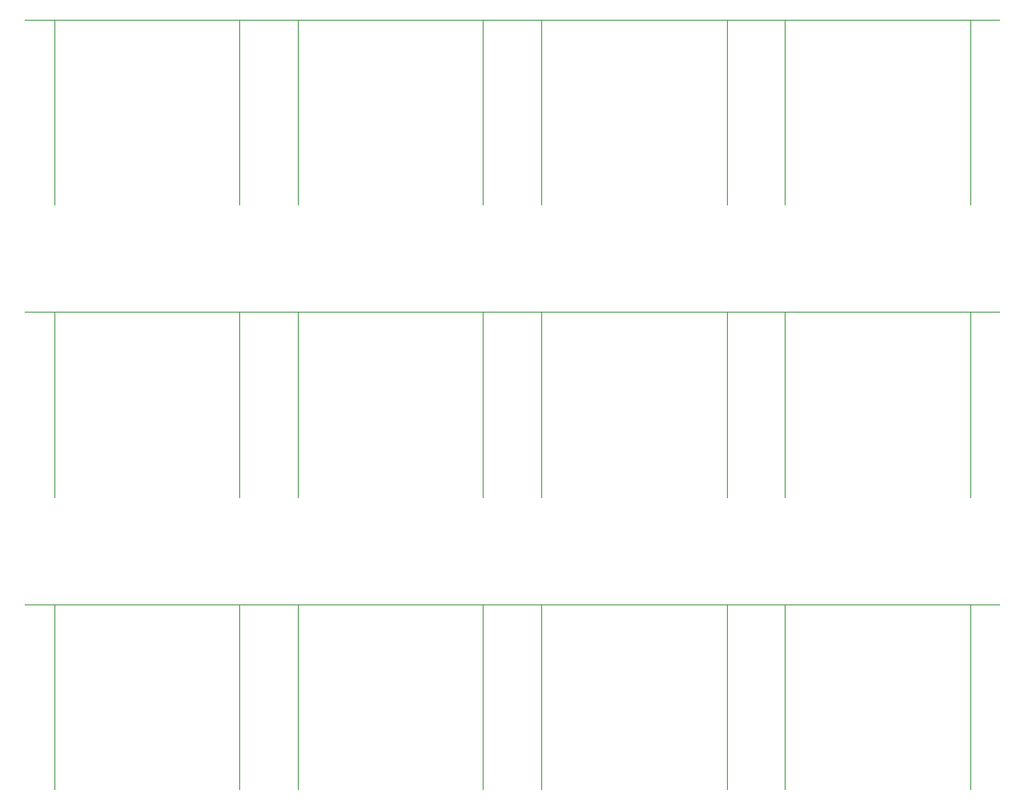
<source format=gbo>
G04 #@! TF.GenerationSoftware,KiCad,Pcbnew,(5.0.0-3-g5ebb6b6)*
G04 #@! TF.CreationDate,2018-09-11T22:07:12+09:00*
G04 #@! TF.ProjectId,panelising_topre_pad,70616E656C6973696E675F746F707265,rev?*
G04 #@! TF.SameCoordinates,Original*
G04 #@! TF.FileFunction,Legend,Bot*
G04 #@! TF.FilePolarity,Positive*
%FSLAX46Y46*%
G04 Gerber Fmt 4.6, Leading zero omitted, Abs format (unit mm)*
G04 Created by KiCad (PCBNEW (5.0.0-3-g5ebb6b6)) date 2018 September 11, Tuesday 22:07:12*
%MOMM*%
%LPD*%
G01*
G04 APERTURE LIST*
%ADD10C,0.100000*%
G04 APERTURE END LIST*
D10*
X52750000Y-75750000D02*
X77750000Y-75750000D01*
X74750000Y-94750000D02*
X74750000Y-75750000D01*
X55750000Y-94750000D02*
X55750000Y-75750000D01*
X77750000Y-75750000D02*
X102750000Y-75750000D01*
X99750000Y-94750000D02*
X99750000Y-75750000D01*
X80750000Y-94750000D02*
X80750000Y-75750000D01*
X102750000Y-75750000D02*
X127750000Y-75750000D01*
X124750000Y-94750000D02*
X124750000Y-75750000D01*
X105750000Y-94750000D02*
X105750000Y-75750000D01*
X52750000Y-105750000D02*
X77750000Y-105750000D01*
X74750000Y-124750000D02*
X74750000Y-105750000D01*
X55750000Y-124750000D02*
X55750000Y-105750000D01*
X77750000Y-105750000D02*
X102750000Y-105750000D01*
X99750000Y-124750000D02*
X99750000Y-105750000D01*
X80750000Y-124750000D02*
X80750000Y-105750000D01*
X102750000Y-105750000D02*
X127750000Y-105750000D01*
X124750000Y-124750000D02*
X124750000Y-105750000D01*
X105750000Y-124750000D02*
X105750000Y-105750000D01*
X127750000Y-75750000D02*
X152750000Y-75750000D01*
X149750000Y-94750000D02*
X149750000Y-75750000D01*
X130750000Y-94750000D02*
X130750000Y-75750000D01*
X127750000Y-105750000D02*
X152750000Y-105750000D01*
X149750000Y-124750000D02*
X149750000Y-105750000D01*
X130750000Y-124750000D02*
X130750000Y-105750000D01*
X52750000Y-135750000D02*
X77750000Y-135750000D01*
X74750000Y-154750000D02*
X74750000Y-135750000D01*
X55750000Y-154750000D02*
X55750000Y-135750000D01*
X77750000Y-135750000D02*
X102750000Y-135750000D01*
X99750000Y-154750000D02*
X99750000Y-135750000D01*
X80750000Y-154750000D02*
X80750000Y-135750000D01*
X102750000Y-135750000D02*
X127750000Y-135750000D01*
X124750000Y-154750000D02*
X124750000Y-135750000D01*
X105750000Y-154750000D02*
X105750000Y-135750000D01*
X127750000Y-135750000D02*
X152750000Y-135750000D01*
X149750000Y-154750000D02*
X149750000Y-135750000D01*
X130750000Y-154750000D02*
X130750000Y-135750000D01*
M02*

</source>
